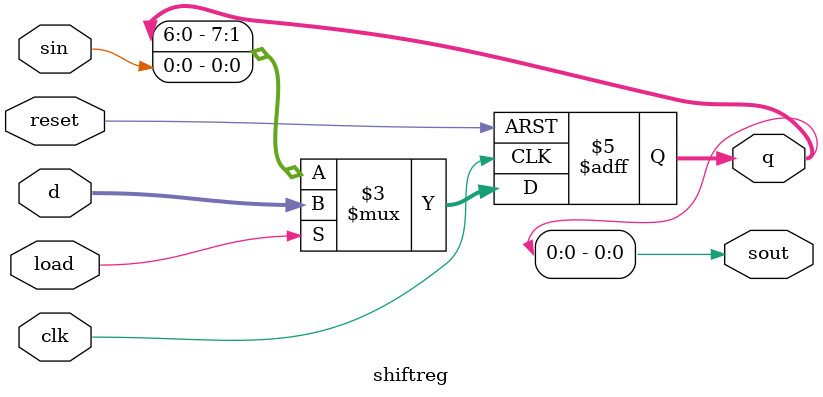
<source format=sv>
module adder #(parameter N=8)
					(input logic [N-1:0] a,b,
					input logic 			cin,
					output logic [N-1:0] s,
					output logic			cout);
					
		assign {cout,s} = a+b+cin;
		
endmodule

//减法器
//比较器
//乘法器

module counter #(parameter N=8)
					(input logic clk,
					input logic	reset,
					output logic [N-1:0] q);
					
		always_ff @(posedge clk,posedge reset)
			if(reset)   q <= 0;
			else			q <= q+1;
		
endmodule

//移位寄存器
module shiftreg #(parameter N=8)
					(input logic clk,
					input logic	reset,load,
					input logic	sin,
					input logic [N-1:0] d,
					output logic [N-1:0] q,
					output logic sout);
					
		always_ff @(posedge clk,posedge reset)
			if(reset)   q <= 0;
			else if (load) q <= d;
			else			q <= {q[N-2:0],sin};
			
		assign sout = q[N-1:0];
		
endmodule

</source>
